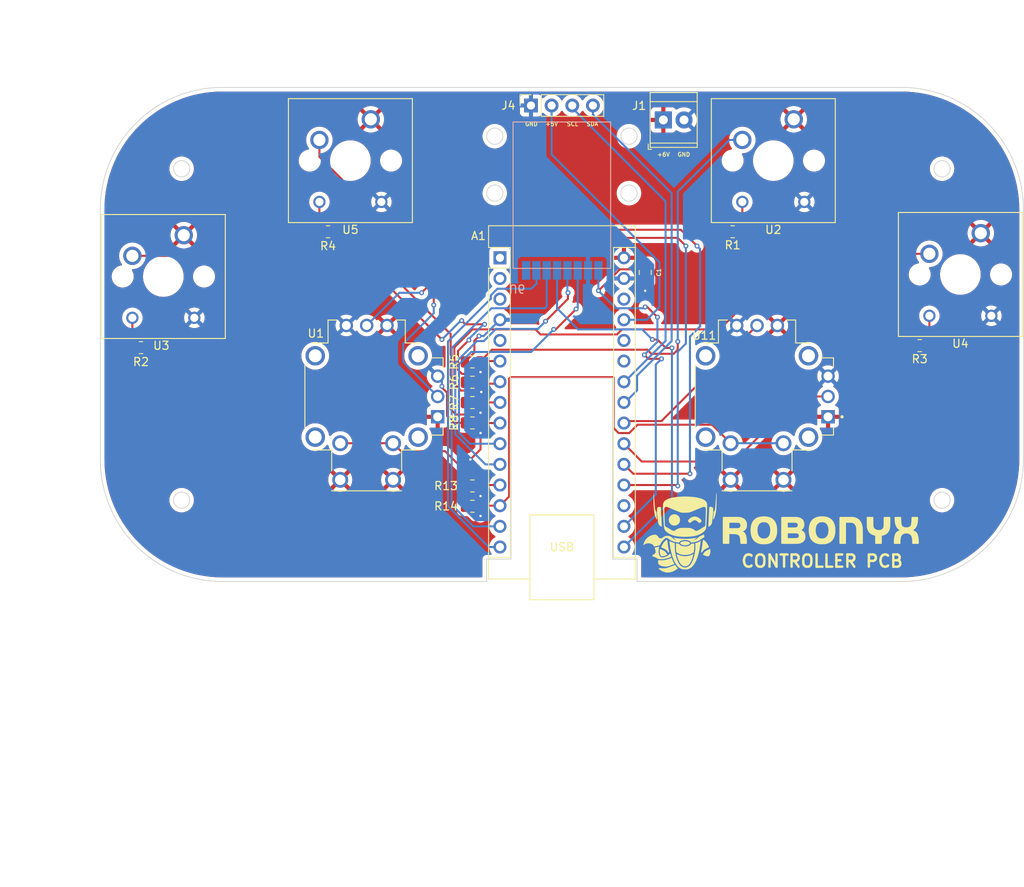
<source format=kicad_pcb>
(kicad_pcb (version 20211014) (generator pcbnew)
  (layers (0 "F.Cu" signal) (31 "B.Cu" signal) (34 "B.Paste" user) (35 "F.Paste" user) (36 "B.SilkS" user "B.Silkscreen") (37 "F.SilkS" user "F.Silkscreen") (38 "B.Mask" user) (39 "F.Mask" user) (44 "Edge.Cuts" user))
  (net 0 "")
  (net 2 "GND")
  (net 3 "Net-(A1-Pad10)")
  (net 4 "Net-(A1-Pad11)")
  (net 5 "Net-(A1-Pad12)")
  (net 6 "Net-(A1-Pad13)")
  (net 7 "Net-(A1-Pad14)")
  (net 8 "Net-(A1-Pad15)")
  (net 9 "Net-(A1-Pad16)")
  (net 10 "+3.3V")
  (net 15 "Net-(A1-Pad6)")
  (net 16 "+5V")
  (net 18 "+6V")
  (net 20 "/SDA")
  (net 21 "/SCL")
  (net 23 "Net-(A1-Pad7)")
  (net 24 "Net-(A1-Pad8)")
  (net 25 "Net-(A1-Pad9)")
  (net 26 "Net-(A1-Pad19)")
  (net 27 "Net-(A1-Pad20)")
  (net 28 "Net-(A1-Pad21)")
  (net 29 "Net-(A1-Pad22)")
  (net 31 "Net-(R1-Pad1)")
  (net 32 "Net-(R2-Pad1)")
  (net 33 "Net-(R3-Pad1)")
  (net 34 "Net-(R4-Pad1)")
  (footprint "THB001P:CNK_THB001P" (layer "F.Cu") (at 76 110.75)
    (fp_text reference "U1" (at -6.25 -7.75) (layer "F.SilkS"))
    (fp_text value "THB001P")
    (pad "A" thru_hole circle locked (at -3.25 5.75) (size 1.95 1.95) (drill 1.3) (layers *.Cu *.Mask) (net 5 "Net-(A1-Pad12)"))
    (pad "B" thru_hole circle locked (at 3.25 5.75) (size 1.95 1.95) (drill 1.3) (layers *.Cu *.Mask) (net 5 "Net-(A1-Pad12)"))
    (pad "C" thru_hole circle locked (at -3.25 10.25) (size 1.95 1.95) (drill 1.3) (layers *.Cu *.Mask) (net 18 "+6V"))
    (pad "D" thru_hole circle locked (at 3.25 10.25) (size 1.95 1.95) (drill 1.3) (layers *.Cu *.Mask) (net 18 "+6V"))
    (pad "S1" thru_hole circle locked (at 6.325 -5) (size 2.4 2.4) (drill 1.6) (layers *.Cu *.Mask))
    (pad "S2" thru_hole circle locked (at -6.325 -5) (size 2.4 2.4) (drill 1.6) (layers *.Cu *.Mask))
    (pad "S3" thru_hole circle locked (at -6.325 5) (size 2.4 2.4) (drill 1.6) (layers *.Cu *.Mask))
    (pad "S4" thru_hole circle locked (at 6.325 5) (size 2.4 2.4) (drill 1.6) (layers *.Cu *.Mask))
    (pad "VR1_1" thru_hole rect locked (at 8.73 2.5) (size 1.65 1.65) (drill 1.1) (layers *.Cu *.Mask) (net 18 "+6V"))
    (pad "VR1_2" thru_hole circle locked (at 8.73 0) (size 1.65 1.65) (drill 1.1) (layers *.Cu *.Mask) (net 26 "Net-(A1-Pad19)"))
    (pad "VR1_3" thru_hole circle locked (at 8.73 -2.5) (size 1.65 1.65) (drill 1.1) (layers *.Cu *.Mask) (net 2 "GND"))
    (pad "VR2_1" thru_hole circle locked (at 2.5 -8.73) (size 1.65 1.65) (drill 1.1) (layers *.Cu *.Mask) (net 18 "+6V"))
    (pad "VR2_2" thru_hole circle locked (at 0 -8.73) (size 1.65 1.65) (drill 1.1) (layers *.Cu *.Mask) (net 27 "Net-(A1-Pad20)"))
    (pad "VR2_3" thru_hole circle locked (at -2.5 -8.73) (size 1.65 1.65) (drill 1.1) (layers *.Cu *.Mask) (net 2 "GND"))
  )
  (footprint "Resistor_SMD:R_0805_2012Metric" (layer "F.Cu") (at 48.25 104.75)
    (fp_text reference "R2" (at 0 1.75) (layer "F.SilkS"))
    (fp_text value "68R")
    (pad "1" smd roundrect (at -0.9125 0) (size 1.025 1.4) (layers "F.Cu" "F.Paste" "F.Mask") (roundrect_rratio 0.243902) (net 32 "Net-(R2-Pad1)"))
    (pad "2" smd roundrect (at 0.9125 0) (size 1.025 1.4) (layers "F.Cu" "F.Paste" "F.Mask") (roundrect_rratio 0.243902) (net 18 "+6V"))
  )
  (footprint "THB001P:CNK_THB001P" (layer "F.Cu") (at 124 110.75)
    (fp_text reference "U11" (at -6.5 -7.5) (layer "F.SilkS"))
    (fp_text value "THB001P")
    (pad "A" thru_hole circle locked (at -3.25 5.75) (size 1.95 1.95) (drill 1.3) (layers *.Cu *.Mask) (net 6 "Net-(A1-Pad13)"))
    (pad "B" thru_hole circle locked (at 3.25 5.75) (size 1.95 1.95) (drill 1.3) (layers *.Cu *.Mask) (net 6 "Net-(A1-Pad13)"))
    (pad "C" thru_hole circle locked (at -3.25 10.25) (size 1.95 1.95) (drill 1.3) (layers *.Cu *.Mask) (net 18 "+6V"))
    (pad "D" thru_hole circle locked (at 3.25 10.25) (size 1.95 1.95) (drill 1.3) (layers *.Cu *.Mask) (net 18 "+6V"))
    (pad "S1" thru_hole circle locked (at 6.325 -5) (size 2.4 2.4) (drill 1.6) (layers *.Cu *.Mask))
    (pad "S2" thru_hole circle locked (at -6.325 -5) (size 2.4 2.4) (drill 1.6) (layers *.Cu *.Mask))
    (pad "S3" thru_hole circle locked (at -6.325 5) (size 2.4 2.4) (drill 1.6) (layers *.Cu *.Mask))
    (pad "S4" thru_hole circle locked (at 6.325 5) (size 2.4 2.4) (drill 1.6) (layers *.Cu *.Mask))
    (pad "VR1_1" thru_hole rect locked (at 8.73 2.5) (size 1.65 1.65) (drill 1.1) (layers *.Cu *.Mask) (net 18 "+6V"))
    (pad "VR1_2" thru_hole circle locked (at 8.73 0) (size 1.65 1.65) (drill 1.1) (layers *.Cu *.Mask) (net 28 "Net-(A1-Pad21)"))
    (pad "VR1_3" thru_hole circle locked (at 8.73 -2.5) (size 1.65 1.65) (drill 1.1) (layers *.Cu *.Mask) (net 2 "GND"))
    (pad "VR2_1" thru_hole circle locked (at 2.5 -8.73) (size 1.65 1.65) (drill 1.1) (layers *.Cu *.Mask) (net 18 "+6V"))
    (pad "VR2_2" thru_hole circle locked (at 0 -8.73) (size 1.65 1.65) (drill 1.1) (layers *.Cu *.Mask) (net 29 "Net-(A1-Pad22)"))
    (pad "VR2_3" thru_hole circle locked (at -2.5 -8.73) (size 1.65 1.65) (drill 1.1) (layers *.Cu *.Mask) (net 2 "GND"))
  )
  (footprint "Resistor_SMD:R_0805_2012Metric" (layer "F.Cu") (at 89 114)
    (fp_text reference "R8" (at -2.25 0 90) (layer "F.SilkS"))
    (fp_text value "10K")
    (pad "1" smd roundrect (at -0.9125 0) (size 1.025 1.4) (layers "F.Cu" "F.Paste" "F.Mask") (roundrect_rratio 0.243902) (net 2 "GND"))
    (pad "2" smd roundrect (at 0.9125 0) (size 1.025 1.4) (layers "F.Cu" "F.Paste" "F.Mask") (roundrect_rratio 0.243902) (net 25 "Net-(A1-Pad9)"))
  )
  (footprint "MX1A-11NN:CHERRY_MX1A-11NN_SWITCH" (layer "F.Cu") (at 126 81.75)
    (fp_text reference "U2" (at 0 8.5) (layer "F.SilkS"))
    (fp_text value "MX1A-11NN")
    (pad "" np_thru_hole circle locked (at -5 0) (size 1.7 1.7) (drill 1.7) (layers *.Cu *.Mask))
    (pad "" np_thru_hole circle locked (at 5 0) (size 1.7 1.7) (drill 1.7) (layers *.Cu *.Mask))
    (pad "" np_thru_hole circle locked (at 0 0) (size 3.9878 3.9878) (drill 3.9878) (layers *.Cu *.Mask))
    (pad "BR1" thru_hole circle locked (at -3.81 5.08) (size 1.508 1.508) (drill 1) (layers *.Cu *.Mask) (net 31 "Net-(R1-Pad1)"))
    (pad "BR2" thru_hole circle locked (at 3.81 5.08) (size 1.508 1.508) (drill 1) (layers *.Cu *.Mask) (net 2 "GND"))
    (pad "P$1" thru_hole circle locked (at 2.51 -5.08) (size 2.25 2.25) (drill 1.5) (layers *.Cu *.Mask) (net 18 "+6V"))
    (pad "P$2" thru_hole circle locked (at -3.81 -2.54) (size 2.25 2.25) (drill 1.5) (layers *.Cu *.Mask) (net 15 "Net-(A1-Pad6)"))
  )
  (footprint "MX1A-11NN:CHERRY_MX1A-11NN_SWITCH" (layer "F.Cu") (at 51 96)
    (fp_text reference "U3" (at -0.25 8.5) (layer "F.SilkS"))
    (fp_text value "MX1A-11NN")
    (pad "" np_thru_hole circle locked (at -5 0) (size 1.7 1.7) (drill 1.7) (layers *.Cu *.Mask))
    (pad "" np_thru_hole circle locked (at 5 0) (size 1.7 1.7) (drill 1.7) (layers *.Cu *.Mask))
    (pad "" np_thru_hole circle locked (at 0 0) (size 3.9878 3.9878) (drill 3.9878) (layers *.Cu *.Mask))
    (pad "BR1" thru_hole circle locked (at -3.81 5.08) (size 1.508 1.508) (drill 1) (layers *.Cu *.Mask) (net 32 "Net-(R2-Pad1)"))
    (pad "BR2" thru_hole circle locked (at 3.81 5.08) (size 1.508 1.508) (drill 1) (layers *.Cu *.Mask) (net 2 "GND"))
    (pad "P$1" thru_hole circle locked (at 2.51 -5.08) (size 2.25 2.25) (drill 1.5) (layers *.Cu *.Mask) (net 18 "+6V"))
    (pad "P$2" thru_hole circle locked (at -3.81 -2.54) (size 2.25 2.25) (drill 1.5) (layers *.Cu *.Mask) (net 23 "Net-(A1-Pad7)"))
  )
  (footprint "Resistor_SMD:R_0805_2012Metric" (layer "F.Cu") (at 89 124.25)
    (fp_text reference "R14" (at -3.25 0) (layer "F.SilkS"))
    (fp_text value "10K")
    (pad "1" smd roundrect (at -0.9125 0) (size 1.025 1.4) (layers "F.Cu" "F.Paste" "F.Mask") (roundrect_rratio 0.243902) (net 2 "GND"))
    (pad "2" smd roundrect (at 0.9125 0) (size 1.025 1.4) (layers "F.Cu" "F.Paste" "F.Mask") (roundrect_rratio 0.243902) (net 6 "Net-(A1-Pad13)"))
  )
  (footprint "Module:Arduino_Nano" (layer "F.Cu") (at 92.39 93.7)
    (fp_text reference "A1" (at -2.64 -2.7) (layer "F.SilkS"))
    (fp_text value "Arduino_Nano_v3.x")
    (fp_text user "USB" (at 7.62 35.56 unlocked) (layer "F.SilkS"))
    (pad "1" thru_hole rect (at 0 0) (size 1.6 1.6) (drill 1) (layers *.Cu *.Mask))
    (pad "2" thru_hole oval (at 0 2.54) (size 1.6 1.6) (drill 1) (layers *.Cu *.Mask))
    (pad "3" thru_hole oval (at 0 5.08) (size 1.6 1.6) (drill 1) (layers *.Cu *.Mask))
    (pad "4" thru_hole oval (at 0 7.62) (size 1.6 1.6) (drill 1) (layers *.Cu *.Mask) (net 2 "GND"))
    (pad "5" thru_hole oval (at 0 10.16) (size 1.6 1.6) (drill 1) (layers *.Cu *.Mask))
    (pad "6" thru_hole oval (at 0 12.7) (size 1.6 1.6) (drill 1) (layers *.Cu *.Mask) (net 15 "Net-(A1-Pad6)"))
    (pad "7" thru_hole oval (at 0 15.24) (size 1.6 1.6) (drill 1) (layers *.Cu *.Mask) (net 23 "Net-(A1-Pad7)"))
    (pad "8" thru_hole oval (at 0 17.78) (size 1.6 1.6) (drill 1) (layers *.Cu *.Mask) (net 24 "Net-(A1-Pad8)"))
    (pad "9" thru_hole oval (at 0 20.32) (size 1.6 1.6) (drill 1) (layers *.Cu *.Mask) (net 25 "Net-(A1-Pad9)"))
    (pad "10" thru_hole oval (at 0 22.86) (size 1.6 1.6) (drill 1) (layers *.Cu *.Mask) (net 3 "Net-(A1-Pad10)"))
    (pad "11" thru_hole oval (at 0 25.4) (size 1.6 1.6) (drill 1) (layers *.Cu *.Mask) (net 4 "Net-(A1-Pad11)"))
    (pad "12" thru_hole oval (at 0 27.94) (size 1.6 1.6) (drill 1) (layers *.Cu *.Mask) (net 5 "Net-(A1-Pad12)"))
    (pad "13" thru_hole oval (at 0 30.48) (size 1.6 1.6) (drill 1) (layers *.Cu *.Mask) (net 6 "Net-(A1-Pad13)"))
    (pad "14" thru_hole oval (at 0 33.02) (size 1.6 1.6) (drill 1) (layers *.Cu *.Mask) (net 7 "Net-(A1-Pad14)"))
    (pad "15" thru_hole oval (at 0 35.56) (size 1.6 1.6) (drill 1) (layers *.Cu *.Mask) (net 8 "Net-(A1-Pad15)"))
    (pad "16" thru_hole oval (at 15.24 35.56) (size 1.6 1.6) (drill 1) (layers *.Cu *.Mask) (net 9 "Net-(A1-Pad16)"))
    (pad "17" thru_hole oval (at 15.24 33.02) (size 1.6 1.6) (drill 1) (layers *.Cu *.Mask) (net 10 "+3.3V"))
    (pad "18" thru_hole oval (at 15.24 30.48) (size 1.6 1.6) (drill 1) (layers *.Cu *.Mask))
    (pad "19" thru_hole oval (at 15.24 27.94) (size 1.6 1.6) (drill 1) (layers *.Cu *.Mask) (net 26 "Net-(A1-Pad19)"))
    (pad "20" thru_hole oval (at 15.24 25.4) (size 1.6 1.6) (drill 1) (layers *.Cu *.Mask) (net 27 "Net-(A1-Pad20)"))
    (pad "21" thru_hole oval (at 15.24 22.86) (size 1.6 1.6) (drill 1) (layers *.Cu *.Mask) (net 28 "Net-(A1-Pad21)"))
    (pad "22" thru_hole oval (at 15.24 20.32) (size 1.6 1.6) (drill 1) (layers *.Cu *.Mask) (net 29 "Net-(A1-Pad22)"))
    (pad "23" thru_hole oval (at 15.24 17.78) (size 1.6 1.6) (drill 1) (layers *.Cu *.Mask) (net 20 "/SDA"))
    (pad "24" thru_hole oval (at 15.24 15.24) (size 1.6 1.6) (drill 1) (layers *.Cu *.Mask) (net 21 "/SCL"))
    (pad "25" thru_hole oval (at 15.24 12.7) (size 1.6 1.6) (drill 1) (layers *.Cu *.Mask))
    (pad "26" thru_hole oval (at 15.24 10.16) (size 1.6 1.6) (drill 1) (layers *.Cu *.Mask))
    (pad "27" thru_hole oval (at 15.24 7.62) (size 1.6 1.6) (drill 1) (layers *.Cu *.Mask) (net 16 "+5V"))
    (pad "28" thru_hole oval (at 15.24 5.08) (size 1.6 1.6) (drill 1) (layers *.Cu *.Mask))
    (pad "29" thru_hole oval (at 15.24 2.54) (size 1.6 1.6) (drill 1) (layers *.Cu *.Mask) (net 2 "GND"))
    (pad "30" thru_hole oval (at 15.24 0) (size 1.6 1.6) (drill 1) (layers *.Cu *.Mask) (net 18 "+6V"))
  )
  (footprint "TerminalBlock_TE-Connectivity:TerminalBlock_TE_282834-2_1x02_P2.54mm_Horizontal" (layer "F.Cu") (at 112.48 76.75)
    (fp_text reference "J1" (at -2.98 -1.75) (layer "F.SilkS"))
    (fp_text value "Screw_Terminal_01x02")
    (pad "1" thru_hole rect (at 0 0) (size 2.1 2.1) (drill 1.1) (layers *.Cu *.Mask) (net 18 "+6V"))
    (pad "2" thru_hole circle (at 2.54 0) (size 2.1 2.1) (drill 1.1) (layers *.Cu *.Mask) (net 2 "GND"))
  )
  (footprint "Capacitor_SMD:C_0805_2012Metric" (layer "F.Cu") (at 110.25 95.5 -90)
    (fp_text reference "C1" (at 0 -1.68 90) (layer "F.SilkS") (effects (font (size 0.5 0.5) (thickness 0.1))))
    (fp_text value "10UF")
    (pad "1" smd roundrect (at -0.95 0 270) (size 1 1.45) (layers "F.Cu" "F.Paste" "F.Mask") (net 10 "+3.3V"))
    (pad "2" smd roundrect (at 0.95 0 270) (size 1 1.45) (layers "F.Cu" "F.Paste" "F.Mask") (net 2 "GND"))
  )
  (footprint "Resistor_SMD:R_0805_2012Metric" (layer "F.Cu") (at 89 121.75)
    (fp_text reference "R13" (at -3.25 0) (layer "F.SilkS"))
    (fp_text value "10K")
    (pad "1" smd roundrect (at -0.9125 0) (size 1.025 1.4) (layers "F.Cu" "F.Paste" "F.Mask") (roundrect_rratio 0.243902) (net 2 "GND"))
    (pad "2" smd roundrect (at 0.9125 0) (size 1.025 1.4) (layers "F.Cu" "F.Paste" "F.Mask") (roundrect_rratio 0.243902) (net 5 "Net-(A1-Pad12)"))
  )
  (footprint "LOGO" (layer "F.Cu") (at 127 127.25)
    (fp_text reference "G***" hide)
    (fp_text value "LOGO" hide)
  )
  (footprint "Resistor_SMD:R_0805_2012Metric" (layer "F.Cu") (at 71.25 90.5)
    (fp_text reference "R4" (at 0 1.75) (layer "F.SilkS"))
    (fp_text value "68R")
    (pad "1" smd roundrect (at -0.9125 0) (size 1.025 1.4) (layers "F.Cu" "F.Paste" "F.Mask") (roundrect_rratio 0.243902) (net 34 "Net-(R4-Pad1)"))
    (pad "2" smd roundrect (at 0.9125 0) (size 1.025 1.4) (layers "F.Cu" "F.Paste" "F.Mask") (roundrect_rratio 0.243902) (net 18 "+6V"))
  )
  (footprint "MX1A-11NN:CHERRY_MX1A-11NN_SWITCH" (layer "F.Cu") (at 149 95.75)
    (fp_text reference "U4" (at 0 8.5) (layer "F.SilkS"))
    (fp_text value "MX1A-11NN")
    (pad "" np_thru_hole circle locked (at 0 0) (size 3.9878 3.9878) (drill 3.9878) (layers *.Cu *.Mask))
    (pad "" np_thru_hole circle locked (at 5 0) (size 1.7 1.7) (drill 1.7) (layers *.Cu *.Mask))
    (pad "" np_thru_hole circle locked (at -5 0) (size 1.7 1.7) (drill 1.7) (layers *.Cu *.Mask))
    (pad "BR1" thru_hole circle locked (at -3.81 5.08) (size 1.508 1.508) (drill 1) (layers *.Cu *.Mask) (net 33 "Net-(R3-Pad1)"))
    (pad "BR2" thru_hole circle locked (at 3.81 5.08) (size 1.508 1.508) (drill 1) (layers *.Cu *.Mask) (net 2 "GND"))
    (pad "P$1" thru_hole circle locked (at 2.51 -5.08) (size 2.25 2.25) (drill 1.5) (layers *.Cu *.Mask) (net 18 "+6V"))
    (pad "P$2" thru_hole circle locked (at -3.81 -2.54) (size 2.25 2.25) (drill 1.5) (layers *.Cu *.Mask) (net 24 "Net-(A1-Pad8)"))
  )
  (footprint "MX1A-11NN:CHERRY_MX1A-11NN_SWITCH" (layer "F.Cu") (at 74 81.75)
    (fp_text reference "U5" (at 0 8.5) (layer "F.SilkS"))
    (fp_text value "MX1A-11NN")
    (pad "" np_thru_hole circle locked (at -5 0) (size 1.7 1.7) (drill 1.7) (layers *.Cu *.Mask))
    (pad "" np_thru_hole circle locked (at 5 0) (size 1.7 1.7) (drill 1.7) (layers *.Cu *.Mask))
    (pad "" np_thru_hole circle locked (at 0 0) (size 3.9878 3.9878) (drill 3.9878) (layers *.Cu *.Mask))
    (pad "BR1" thru_hole circle locked (at -3.81 5.08) (size 1.508 1.508) (drill 1) (layers *.Cu *.Mask) (net 34 "Net-(R4-Pad1)"))
    (pad "BR2" thru_hole circle locked (at 3.81 5.08) (size 1.508 1.508) (drill 1) (layers *.Cu *.Mask) (net 2 "GND"))
    (pad "P$1" thru_hole circle locked (at 2.51 -5.08) (size 2.25 2.25) (drill 1.5) (layers *.Cu *.Mask) (net 18 "+6V"))
    (pad "P$2" thru_hole circle locked (at -3.81 -2.54) (size 2.25 2.25) (drill 1.5) (layers *.Cu *.Mask) (net 25 "Net-(A1-Pad9)"))
  )
  (footprint "Resistor_SMD:R_0805_2012Metric" (layer "F.Cu") (at 89 106.5)
    (fp_text reference "R5" (at -2.25 0 90) (layer "F.SilkS"))
    (fp_text value "10K")
    (pad "1" smd roundrect (at -0.9125 0) (size 1.025 1.4) (layers "F.Cu" "F.Paste" "F.Mask") (roundrect_rratio 0.243902) (net 2 "GND"))
    (pad "2" smd roundrect (at 0.9125 0) (size 1.025 1.4) (layers "F.Cu" "F.Paste" "F.Mask") (roundrect_rratio 0.243902) (net 15 "Net-(A1-Pad6)"))
  )
  (footprint "Resistor_SMD:R_0805_2012Metric" (layer "F.Cu") (at 89 109)
    (fp_text reference "R6" (at -2.25 0 90) (layer "F.SilkS"))
    (fp_text value "10K")
    (pad "1" smd roundrect (at -0.9125 0) (size 1.025 1.4) (layers "F.Cu" "F.Paste" "F.Mask") (roundrect_rratio 0.243902) (net 2 "GND"))
    (pad "2" smd roundrect (at 0.9125 0) (size 1.025 1.4) (layers "F.Cu" "F.Paste" "F.Mask") (roundrect_rratio 0.243902) (net 23 "Net-(A1-Pad7)"))
  )
  (footprint "Resistor_SMD:R_0805_2012Metric" (layer "F.Cu") (at 144 104.5 180)
    (fp_text reference "R3" (at 0 -1.65 180) (layer "F.SilkS"))
    (fp_text value "68R")
    (pad "1" smd roundrect (at -0.9125 0 180) (size 1.025 1.4) (layers "F.Cu" "F.Paste" "F.Mask") (roundrect_rratio 0.243902) (net 33 "Net-(R3-Pad1)"))
    (pad "2" smd roundrect (at 0.9125 0 180) (size 1.025 1.4) (layers "F.Cu" "F.Paste" "F.Mask") (roundrect_rratio 0.243902) (net 18 "+6V"))
  )
  (footprint "Resistor_SMD:R_0805_2012Metric" (layer "F.Cu") (at 121 90.5 180)
    (fp_text reference "R1" (at 0 -1.65 180) (layer "F.SilkS"))
    (fp_text value "68R")
    (pad "1" smd roundrect (at -0.9125 0 180) (size 1.025 1.4) (layers "F.Cu" "F.Paste" "F.Mask") (roundrect_rratio 0.243902) (net 31 "Net-(R1-Pad1)"))
    (pad "2" smd roundrect (at 0.9125 0 180) (size 1.025 1.4) (layers "F.Cu" "F.Paste" "F.Mask") (roundrect_rratio 0.243902) (net 18 "+6V"))
  )
  (footprint "Resistor_SMD:R_0805_2012Metric" (layer "F.Cu") (at 89 111.5)
    (fp_text reference "R7" (at -2.25 0 90) (layer "F.SilkS"))
    (fp_text value "10K")
    (pad "1" smd roundrect (at -0.9125 0) (size 1.025 1.4) (layers "F.Cu" "F.Paste" "F.Mask") (roundrect_rratio 0.243902) (net 2 "GND"))
    (pad "2" smd roundrect (at 0.9125 0) (size 1.025 1.4) (layers "F.Cu" "F.Paste" "F.Mask") (roundrect_rratio 0.243902) (net 24 "Net-(A1-Pad8)"))
  )
  (footprint "Connector_PinSocket_2.54mm:PinSocket_1x04_P2.54mm_Vertical" (layer "F.Cu") (at 96.2 74.975 90)
    (fp_text reference "J4" (at 0 -2.77 180) (layer "F.SilkS"))
    (fp_text value "OLED SCREEN")
    (pad "1" thru_hole rect (at 0 0 90) (size 1.7 1.7) (drill 1) (layers *.Cu *.Mask) (net 2 "GND"))
    (pad "2" thru_hole oval (at 0 2.54 90) (size 1.7 1.7) (drill 1) (layers *.Cu *.Mask) (net 16 "+5V"))
    (pad "3" thru_hole oval (at 0 5.08 90) (size 1.7 1.7) (drill 1) (layers *.Cu *.Mask) (net 21 "/SCL"))
    (pad "4" thru_hole oval (at 0 7.62 90) (size 1.7 1.7) (drill 1) (layers *.Cu *.Mask) (net 20 "/SDA"))
  )
  (footprint "nRF24L01BRKT_SMD:nRF24L01_Breakout_SMD" (layer "B.Cu") (at 106 95 90)
    (fp_text reference "U6" (at -2.5 -11.5 180 unlocked) (layer "B.SilkS") (effects (justify mirror)))
    (fp_text value "NRF24L01_Breakout")
    (pad "1" smd rect (at -0.25 -2.78 90) (size 2.286 1) (layers "B.Cu" "B.Paste" "B.Mask") (net 2 "GND"))
    (pad "2" smd rect (at -0.25 -1.51 90) (size 2.286 1) (layers "B.Cu" "B.Paste" "B.Mask") (net 10 "+3.3V"))
    (pad "3" smd rect (at -0.25 -4.05 90) (size 2.286 1) (layers "B.Cu" "B.Paste" "B.Mask") (net 3 "Net-(A1-Pad10)"))
    (pad "4" smd rect (at -0.25 -5.32 90) (size 2.286 1) (layers "B.Cu" "B.Paste" "B.Mask") (net 4 "Net-(A1-Pad11)"))
    (pad "5" smd rect (at -0.25 -6.59 90) (size 2.286 1) (layers "B.Cu" "B.Paste" "B.Mask") (net 9 "Net-(A1-Pad16)"))
    (pad "6" smd rect (at -0.25 -7.86 90) (size 2.286 1) (layers "B.Cu" "B.Paste" "B.Mask") (net 7 "Net-(A1-Pad14)"))
    (pad "7" smd rect (at -0.25 -9.13 90) (size 2.286 1) (layers "B.Cu" "B.Paste" "B.Mask") (net 8 "Net-(A1-Pad15)"))
    (pad "8" smd rect (at -0.25 -10.4 90) (size 2.286 1) (layers "B.Cu" "B.Paste" "B.Mask"))
  )
  (gr_line (start 106.25 130.75) (end 109.25 130.75) (layer "Edge.Cuts") (width 0.1))
  (gr_line (start 58.25 72.75) (end 141.75 72.75) (layer "Edge.Cuts") (width 0.1))
  (gr_line (start 93.75 108.5) (end 106.25 108.5) (layer "Edge.Cuts") (width 0.1))
  (gr_arc (start 43.25 87.75) (mid 47.643398 77.143398) (end 58.25 72.75) (layer "Edge.Cuts") (width 0.1))
  (gr_arc (start 141.75 72.75) (mid 152.356602 77.143398) (end 156.75 87.75) (layer "Edge.Cuts") (width 0.1))
  (gr_line (start 43.25 118.5) (end 43.25 87.75) (layer "Edge.Cuts") (width 0.1))
  (gr_circle (center 146.75 123.5) (end 147.75 123.5) (layer "Edge.Cuts") (width 0.1) (fill none))
  (gr_line (start 156.75 87.75) (end 156.75 118.5) (layer "Edge.Cuts") (width 0.1))
  (gr_circle (center 108.25 78.75) (end 108.25 79.75) (layer "Edge.Cuts") (width 0.1) (fill none))
  (gr_circle (center 53.25 123.5) (end 54.25 123.5) (layer "Edge.Cuts") (width 0.1) (fill none))
  (gr_circle (center 91.75 85.75) (end 91.75 86.75) (layer "Edge.Cuts") (width 0.1) (fill none))
  (gr_line (start 90.75 133.5) (end 90.75 130.75) (layer "Edge.Cuts") (width 0.1))
  (gr_circle (center 108.25 85.75) (end 108.25 86.75) (layer "Edge.Cuts") (width 0.1) (fill none))
  (gr_circle (center 53.25 82.75) (end 54.25 82.75) (layer "Edge.Cuts") (width 0.1) (fill none))
  (gr_line (start 90.75 130.75) (end 93.75 130.75) (layer "Edge.Cuts") (width 0.1))
  (gr_arc (start 58.25 133.5) (mid 47.643398 129.106602) (end 43.25 118.5) (layer "Edge.Cuts") (width 0.1))
  (gr_line (start 93.75 130.75) (end 93.75 108.5) (layer "Edge.Cuts") (width 0.1))
  (gr_line (start 106.25 108.5) (end 106.25 130.75) (layer "Edge.Cuts") (width 0.1))
  (gr_line (start 141.75 133.5) (end 109.25 133.5) (layer "Edge.Cuts") (width 0.1))
  (gr_line (start 90.75 133.5) (end 58.25 133.5) (layer "Edge.Cuts") (width 0.1))
  (gr_arc (start 156.75 118.5) (mid 152.356602 129.106602) (end 141.75 133.5) (layer "Edge.Cuts") (width 0.1))
  (gr_circle (center 146.75 82.75) (end 147.75 82.75) (layer "Edge.Cuts") (width 0.1) (fill none))
  (gr_circle (center 91.75 78.75) (end 91.75 79.75) (layer "Edge.Cuts") (width 0.1) (fill none))
  (gr_line (start 109.25 130.75) (end 109.25 133.5) (layer "Edge.Cuts") (width 0.1))
  (gr_text "GND" (at 96.25 77.25) (layer "F.SilkS") (effects (font (size 0.5 0.5) (thickness 0.1))))
  (gr_text "SCL" (at 101.31 77.25) (layer "F.SilkS") (effects (font (size 0.5 0.5) (thickness 0.1))))
  (gr_text "+6V" (at 112.5 81) (layer "F.SilkS") (effects (font (size 0.5 0.5) (thickness 0.1))))
  (gr_text "+5V" (at 98.75 77.25) (layer "F.SilkS") (effects (font (size 0.5 0.5) (thickness 0.1))))
  (gr_text "CONTROLLER PCB" (at 132 131) (layer "F.SilkS") (effects (font (size 1.5 1.5) (thickness 0.3))))
  (gr_text "GND" (at 115 81) (layer "F.SilkS") (effects (font (size 0.5 0.5) (thickness 0.1))))
  (gr_text "SDA" (at 103.75 77.25) (layer "F.SilkS") (effects (font (size 0.5 0.5) (thickness 0.1))))
  (segment (start 90 123) (end 89.3375 123) (width 0.25) (layer "F.Cu") (net 2))
  (segment (start 90 117.25) (end 88.75 118.5) (width 0.25) (layer "F.Cu") (net 2))
  (segment (start 89.3375 107.75) (end 88.0875 106.499999) (width 0.25) (layer "F.Cu") (net 2))
  (segment (start 85.25 109.643654) (end 85.25 109.5) (width 0.25) (layer "F.Cu") (net 2))
  (segment (start 90 112.75) (end 89.3375 112.75) (width 0.25) (layer "F.Cu") (net 2))
  (segment (start 90 107.75) (end 89.3375 107.75) (width 0.25) (layer "F.Cu") (net 2))
  (segment (start 86.75 114) (end 85.88 113.13) (width 0.25) (layer "F.Cu") (net 2))
  (segment (start 85.88 110.273654) (end 85.25 109.643654) (width 0.25) (layer "F.Cu") (net 2))
  (segment (start 89.3375 112.75) (end 88.0875 111.5) (width 0.25) (layer "F.Cu") (net 2))
  (segment (start 88 114) (end 86.75 114) (width 0.25) (layer "F.Cu") (net 2))
  (segment (start 110.25 96.45) (end 110.25 97.75) (width 0.25) (layer "F.Cu") (net 2))
  (segment (start 89.287 110.1995) (end 88.0875 109) (width 0.25) (layer "F.Cu") (net 2))
  (segment (start 89.3375 123) (end 88.0875 121.75) (width 0.25) (layer "F.Cu") (net 2))
  (segment (start 89.24 103.893178) (end 89.816589 103.316589) (width 0.25) (layer "F.Cu") (net 2))
  (segment (start 89.24 105.3475) (end 89.24 103.893178) (width 0.25) (layer "F.Cu") (net 2))
  (segment (start 90 115.25) (end 89.25 115.25) (width 0.25) (layer "F.Cu") (net 2))
  (segment (start 90 125.4495) (end 89.287 125.4495) (width 0.25) (layer "F.Cu") (net 2))
  (segment (start 89.25 115.25) (end 88 114) (width 0.25) (layer "F.Cu") (net 2))
  (segment (start 85.88 113.13) (end 85.88 110.273654) (width 0.25) (layer "F.Cu") (net 2))
  (segment (start 90 115.25) (end 90 117.25) (width 0.25) (layer "F.Cu") (net 2))
  (segment (start 89.287 125.4495) (end 88.0875 124.25) (width 0.25) (layer "F.Cu") (net 2))
  (segment (start 88.0875 106.499999) (end 89.24 105.3475) (width 0.25) (layer "F.Cu") (net 2))
  (segment (start 90.093939 110.1995) (end 89.287 110.1995) (width 0.25) (layer "F.Cu") (net 2))
  (via (at 85.25 109.5) (size 0.6) (drill 0.3) (layers "F.Cu" "B.Cu") (net 2))
  (via (at 90.093939 110.1995) (size 0.6) (drill 0.3) (layers "F.Cu" "B.Cu") (net 2))
  (via (at 90 107.75) (size 0.6) (drill 0.3) (layers "F.Cu" "B.Cu") (net 2))
  (via (at 88.75 118.5) (size 0.6) (drill 0.3) (layers "F.Cu" "B.Cu") (net 2))
  (via (at 90 112.75) (size 0.6) (drill 0.3) (layers "F.Cu" "B.Cu") (net 2))
  (via (at 90 123) (size 0.6) (drill 0.3) (layers "F.Cu" "B.Cu") (net 2))
  (via (at 110.25 97.75) (size 0.6) (drill 0.3) (layers "F.Cu" "B.Cu") (net 2))
  (via (at 89.816589 103.316589) (size 0.6) (drill 0.3) (layers "F.Cu" "B.Cu") (net 2))
  (via (at 90 115.25) (size 0.6) (drill 0.3) (layers "F.Cu" "B.Cu") (net 2))
  (via (at 90 125.4495) (size 0.6) (drill 0.3) (layers "F.Cu" "B.Cu") (net 2))
  (segment (start 85.25 109.5) (end 85.25 108.77) (width 0.25) (layer "B.Cu") (net 2))
  (segment (start 90.393411 103.316589) (end 92.39 101.32) (width 0.25) (layer "B.Cu") (net 2))
  (segment (start 85.25 108.77) (end 84.73 108.25) (width 0.25) (layer "B.Cu") (net 2))
  (segment (start 89.816589 103.316589) (end 90.393411 103.316589) (width 0.25) (layer "B.Cu") (net 2))
  (segment (start 99.25 102.5) (end 99 102.5) (width 0.25) (layer "F.Cu") (net 3))
  (segment (start 101.75 100) (end 99.25 102.5) (width 0.25) (layer "F.Cu") (net 3))
  (via (at 101.75 100) (size 0.6) (drill 0.3) (layers "F.Cu" "B.Cu") (net 3))
  (via (at 99 102.5) (size 0.6) (drill 0.3) (layers "F.Cu" "B.Cu") (net 3))
  (segment (start 88.861396 105.275) (end 87.35 106.786396) (width 0.25) (layer "B.Cu") (net 3))
  (segment (start 87.35 115.213604) (end 88.696396 116.56) (width 0.25) (layer "B.Cu") (net 3))
  (segment (start 101.95 99.8) (end 101.75 100) (width 0.25) (layer "B.Cu") (net 3))
  (segment (start 99 102.5) (end 96.225 105.275) (width 0.25) (layer "B.Cu") (net 3))
  (segment (start 101.95 95.25) (end 101.95 99.8) (width 0.25) (layer "B.Cu") (net 3))
  (segment (start 88.696396 116.56) (end 92.39 116.56) (width 0.25) (layer "B.Cu") (net 3))
  (segment (start 96.225 105.275) (end 88.861396 105.275) (width 0.25) (layer "B.Cu") (net 3))
  (segment (start 87.35 106.786396) (end 87.35 115.213604) (width 0.25) (layer "B.Cu") (net 3))
  (segment (start 100.75 98) (end 100.75 98.75) (width 0.25) (layer "F.Cu") (net 4))
  (segment (start 100.75 98.75) (end 98 101.5) (width 0.25) (layer "F.Cu") (net 4))
  (via (at 100.75 98) (size 0.6) (drill 0.3) (layers "F.Cu" "B.Cu") (net 4))
  (via (at 98 101.5) (size 0.6) (drill 0.3) (layers "F.Cu" "B.Cu") (net 4))
  (segment (start 98 101.5) (end 97.055 102.445) (width 0.25) (layer "B.Cu") (net 4))
  (segment (start 86.9 106.6) (end 86.9 115.4) (width 0.25) (layer "B.Cu") (net 4))
  (segment (start 89.558411 103.941589) (end 86.9 106.6) (width 0.25) (layer "B.Cu") (net 4))
  (segment (start 91.901396 102.445) (end 90.404807 103.941589) (width 0.25) (layer "B.Cu") (net 4))
  (segment (start 97.055 102.445) (end 91.901396 102.445) (width 0.25) (layer "B.Cu") (net 4))
  (segment (start 100.68 97.93) (end 100.75 98) (width 0.25) (layer "B.Cu") (net 4))
  (segment (start 100.68 95.25) (end 100.68 97.93) (width 0.25) (layer "B.Cu") (net 4))
  (segment (start 90.6 119.1) (end 92.39 119.1) (width 0.25) (layer "B.Cu") (net 4))
  (segment (start 90.404807 103.941589) (end 89.558411 103.941589) (width 0.25) (layer "B.Cu") (net 4))
  (segment (start 86.9 115.4) (end 90.6 119.1) (width 0.25) (layer "B.Cu") (net 4))
  (segment (start 90.26 121.75) (end 89.9125 121.75) (width 0.25) (layer "F.Cu") (net 5))
  (segment (start 89.9125 121.75) (end 85.6375 117.475) (width 0.25) (layer "F.Cu") (net 5))
  (segment (start 92.39 121.64) (end 90.37 121.64) (width 0.25) (layer "F.Cu") (net 5))
  (segment (start 80.225 117.475) (end 79.25 116.5) (width 0.25) (layer "F.Cu") (net 5))
  (segment (start 72.75 116.5) (end 79.25 116.5) (width 0.25) (layer "F.Cu") (net 5))
  (segment (start 85.6375 117.475) (end 80.225 117.475) (width 0.25) (layer "F.Cu") (net 5))
  (segment (start 90.37 121.64) (end 90.26 121.75) (width 0.25) (layer "F.Cu") (net 5))
  (segment (start 90.33 124.18) (end 90.26 124.25) (width 0.25) (layer "F.Cu") (net 6))
  (segment (start 93.515 123.055) (end 92.39 124.18) (width 0.25) (layer "F.Cu") (net 6))
  (segment (start 108.280991 115.25) (end 106.979009 115.25) (width 0.25) (layer "F.Cu") (net 6))
  (segment (start 109.305991 114.225) (end 108.280991 115.25) (width 0.25) (layer "F.Cu") (net 6))
  (segment (start 93.515 108.558223) (end 93.515 123.055) (width 0.25) (layer "F.Cu") (net 6))
  (segment (start 106.375 114.645991) (end 106.375 108.448223) (width 0.25) (layer "F.Cu") (net 6))
  (segment (start 106.301777 108.375) (end 93.698223 108.375) (width 0.25) (layer "F.Cu") (net 6))
  (segment (start 93.698223 108.375) (end 93.515 108.558223) (width 0.25) (layer "F.Cu") (net 6))
  (segment (start 120.75 116.5) (end 118.475 114.225) (width 0.25) (layer "F.Cu") (net 6))
  (segment (start 106.375 108.448223) (end 106.301777 108.375) (width 0.25) (layer "F.Cu") (net 6))
  (segment (start 92.39 124.18) (end 90.33 124.18) (width 0.25) (layer "F.Cu") (net 6))
  (segment (start 118.475 114.225) (end 109.305991 114.225) (width 0.25) (layer "F.Cu") (net 6))
  (segment (start 106.979009 115.25) (end 106.375 114.645991) (width 0.25) (layer "F.Cu") (net 6))
  (segment (start 127.25 116.5) (end 120.75 116.5) (width 0.25) (layer "B.Cu") (net 6))
  (segment (start 86.45 124.064289) (end 89.105711 126.72) (width 0.25) (layer "B.Cu") (net 7))
  (segment (start 98.14 99.700991) (end 97.935991 99.905) (width 0.25) (layer "B.Cu") (net 7))
  (segment (start 89.105711 126.72) (end 92.39 126.72) (width 0.25) (layer "B.Cu") (net 7))
  (segment (start 91.345 99.905) (end 86.45 104.8) (width 0.25) (layer "B.Cu") (net 7))
  (segment (start 98.14 95.25) (end 98.14 99.700991) (width 0.25) (layer "B.Cu") (net 7))
  (segment (start 97.935991 99.905) (end 91.345 99.905) (width 0.25) (layer "B.Cu") (net 7))
  (segment (start 86.45 104.8) (end 86.45 124.064289) (width 0.25) (layer "B.Cu") (net 7))
  (segment (start 86 124.250685) (end 91.009315 129.26) (width 0.25) (layer "B.Cu") (net 8))
  (segment (start 86 104) (end 86 124.250685) (width 0.25) (layer "B.Cu") (net 8))
  (segment (start 96.25 97.5) (end 92.079009 97.5) (width 0.25) (layer "B.Cu") (net 8))
  (segment (start 91.265 98.314009) (end 91.265 98.735) (width 0.25) (layer "B.Cu") (net 8))
  (segment (start 96.87 95.25) (end 96.87 96.88) (width 0.25) (layer "B.Cu") (net 8))
  (segment (start 91.265 98.735) (end 86 104) (width 0.25) (layer "B.Cu") (net 8))
  (segment (start 92.079009 97.5) (end 91.265 98.314009) (width 0.25) (layer "B.Cu") (net 8))
  (segment (start 91.009315 129.26) (end 92.39 129.26) (width 0.25) (layer "B.Cu") (net 8))
  (segment (start 96.87 96.88) (end 96.25 97.5) (width 0.25) (layer "B.Cu") (net 8))
  (segment (start 112.783118 104.783118) (end 113.533118 104.783118) (width 0.25) (layer "F.Cu") (net 9))
  (segment (start 111.75 103.75) (end 112.783118 104.783118) (width 0.25) (layer "F.Cu") (net 9))
  (segment (start 111.1255 103.75) (end 111.75 103.75) (width 0.25) (layer "F.Cu") (net 9))
  (via (at 113.533118 104.783118) (size 0.6) (drill 0.3) (layers "F.Cu" "B.Cu") (net 9))
  (via (at 111.1255 103.75) (size 0.6) (drill 0.3) (layers "F.Cu" "B.Cu") (net 9))
  (segment (start 102 102.5) (end 99.41 99.91) (width 0.25) (layer "B.Cu") (net 9))
  (segment (start 111.1255 103.75) (end 109.8755 102.5) (width 0.25) (layer "B.Cu") (net 9))
  (segment (start 109.8755 102.5) (end 102 102.5) (width 0.25) (layer "B.Cu") (net 9))
  (segment (start 99.41 99.91) (end 99.41 95.25) (width 0.25) (layer "B.Cu") (net 9))
  (segment (start 113.533118 104.783118) (end 113.533118 123.356882) (width 0.25) (layer "B.Cu") (net 9))
  (segment (start 113.533118 123.356882) (end 107.63 129.26) (width 0.25) (layer "B.Cu") (net 9))
  (segment (start 107.135 95.115) (end 104.5 97.75) (width 0.25) (layer "F.Cu") (net 10))
  (segment (start 110.138411 105.638411) (end 110.6245 106.1245) (width 0.25) (layer "F.Cu") (net 10))
  (segment (start 110.25 94.55) (end 109.685 95.115) (width 0.25) (layer "F.Cu") (net 10))
  (segment (start 109.685 95.115) (end 107.135 95.115) (width 0.25) (layer "F.Cu") (net 10))
  (segment (start 110.6245 106.1245) (end 112.25 106.1245) (width 0.25) (layer "F.Cu") (net 10))
  (segment (start 110.25 99.75) (end 110.5 99.75) (width 0.25) (layer "F.Cu") (net 10))
  (segment (start 110.5 99.75) (end 111.75 101) (width 0.25) (layer "F.Cu") (net 10))
  (via (at 110.138411 105.638411) (size 0.6) (drill 0.3) (layers "F.Cu" "B.Cu") (net 10))
  (via (at 104.5 97.75) (size 0.6) (drill 0.3) (layers "F.Cu" "B.Cu") (net 10))
  (via (at 112.25 106.1245) (size 0.6) (drill 0.3) (layers "F.Cu" "B.Cu") (net 10))
  (via (at 110.25 99.75) (size 0.6) (drill 0.3) (layers "F.Cu" "B.Cu") (net 10))
  (via (at 111.75 101) (size 0.6) (drill 0.3) (layers "F.Cu" "B.Cu") (net 10))
  (segment (start 110.138411 105.638411) (end 111.75 104.026822) (width 0.25) (layer "B.Cu") (net 10))
  (segment (start 104.49 97.74) (end 104.49 95.25) (width 0.25) (layer "B.Cu") (net 10))
  (segment (start 104.5 97.75) (end 106.655 99.905) (width 0.25) (layer "B.Cu") (net 10))
  (segment (start 110.095 99.905) (end 110.25 99.75) (width 0.25) (layer "B.Cu") (net 10))
  (segment (start 106.655 99.905) (end 110.095 99.905) (width 0.25) (layer "B.Cu") (net 10))
  (segment (start 104.5 97.75) (end 104.49 97.74) (width 0.25) (layer "B.Cu") (net 10))
  (segment (start 111.75 104.026822) (end 111.75 101) (width 0.25) (layer "B.Cu") (net 10))
  (segment (start 112.25 106.1245) (end 111.55 106.8245) (width 0.25) (layer "B.Cu") (net 10))
  (segment (start 111.55 106.8245) (end 111.55 122.8) (width 0.25) (layer "B.Cu") (net 10))
  (segment (start 111.55 122.8) (end 107.63 126.72) (width 0.25) (layer "B.Cu") (net 10))
  (segment (start 90.36 106.0525) (end 90.36 106.4) (width 0.25) (layer "F.Cu") (net 15))
  (segment (start 113.75 105.5) (end 111 105.5) (width 0.25) (layer "F.Cu") (net 15))
  (segment (start 114.25 105) (end 113.75 105.5) (width 0.25) (layer "F.Cu") (net 15))
  (segment (start 114.25 104) (end 114.25 105) (width 0.25) (layer "F.Cu") (net 15))
  (segment (start 91.4125 105) (end 90.36 106.0525) (width 0.25) (layer "F.Cu") (net 15))
  (segment (start 111 105.5) (end 110.5 105) (width 0.25) (layer "F.Cu") (net 15))
  (segment (start 110.5 105) (end 91.4125 105) (width 0.25) (layer "F.Cu") (net 15))
  (segment (start 90.36 106.4) (end 92.39 106.4) (width 0.25) (layer "F.Cu") (net 15))
  (via (at 114.25 104) (size 0.6) (drill 0.3) (layers "F.Cu" "B.Cu") (net 15))
  (segment (start 120.59901 79.21) (end 122.19 79.21) (width 0.25) (layer "B.Cu") (net 15))
  (segment (start 114.25 85.55901) (end 120.59901 79.21) (width 0.25) (layer "B.Cu") (net 15))
  (segment (start 114.25 104) (end 114.25 85.55901) (width 0.25) (layer "B.Cu") (net 15))
  (segment (start 98.74 74.975) (end 98.74 80.99) (width 0.25) (layer "B.Cu") (net 16))
  (segment (start 112 94.25) (end 112 99.75) (width 0.25) (layer "B.Cu") (net 16))
  (segment (start 110.43 101.32) (end 107.63 101.32) (width 0.25) (layer "B.Cu") (net 16))
  (segment (start 98.74 80.99) (end 112 94.25) (width 0.25) (layer "B.Cu") (net 16))
  (segment (start 112 99.75) (end 110.43 101.32) (width 0.25) (layer "B.Cu") (net 16))
  (segment (start 113.5 85.75) (end 113.5 103.933058) (width 0.25) (layer "B.Cu") (net 20))
  (segment (start 113.5 103.933058) (end 109.25 108.183058) (width 0.25) (layer "B.Cu") (net 20))
  (segment (start 107.77 111.48) (end 107.63 111.48) (width 0.25) (layer "B.Cu") (net 20))
  (segment (start 109.25 108.183058) (end 109.25 110) (width 0.25) (layer "B.Cu") (net 20))
  (segment (start 103.82 74.725) (end 103.82 76.07) (width 0.25) (layer "B.Cu") (net 20))
  (segment (start 103.82 76.07) (end 113.5 85.75) (width 0.25) (layer "B.Cu") (net 20))
  (segment (start 109.25 110) (end 107.77 111.48) (width 0.25) (layer "B.Cu") (net 20))
  (segment (start 101.28 75.28) (end 112.75 86.75) (width 0.25) (layer "B.Cu") (net 21))
  (segment (start 112.75 86.75) (end 112.75 103.91) (width 0.25) (layer "B.Cu") (net 21))
  (segment (start 107.72 108.94) (end 107.63 108.94) (width 0.25) (layer "B.Cu") (net 21))
  (segment (start 101.28 74.725) (end 101.28 75.28) (width 0.25) (layer "B.Cu") (net 21))
  (segment (start 112.75 103.91) (end 107.72 108.94) (width 0.25) (layer "B.Cu") (net 21))
  (segment (start 74.96 93.46) (end 85.25 103.75) (width 0.25) (layer "F.Cu") (net 23))
  (segment (start 87.23 105.153178) (end 87.23 107.48) (width 0.25) (layer "F.Cu") (net 23))
  (segment (start 92.15625 109.17375) (end 92.39 108.94) (width 0.25) (layer "F.Cu") (net 23))
  (segment (start 87.725 107.975) (end 88.8875 107.975) (width 0.25) (layer "F.Cu") (net 23))
  (segment (start 88.8875 107.975) (end 90.08625 109.17375) (width 0.25) (layer "F.Cu") (net 23))
  (segment (start 87.23 107.48) (end 87.725 107.975) (width 0.25) (layer "F.Cu") (net 23))
  (segment (start 88.566589 103.816589) (end 87.23 105.153178) (width 0.25) (layer "F.Cu") (net 23))
  (segment (start 90.08625 109.17375) (end 92.15625 109.17375) (width 0.25) (layer "F.Cu") (net 23))
  (segment (start 88.1255 101.8755) (end 90.5 101.8755) (width 0.25) (layer "F.Cu") (net 23))
  (segment (start 47.19 93.46) (end 74.96 93.46) (width 0.25) (layer "F.Cu") (net 23))
  (segment (start 87.683411 101.433411) (end 88.1255 101.8755) (width 0.25) (layer "F.Cu") (net 23))
  (via (at 90.5 101.8755) (size 0.6) (drill 0.3) (layers "F.Cu" "B.Cu") (net 23))
  (via (at 88.566589 103.816589) (size 0.6) (drill 0.3) (layers "F.Cu" "B.Cu") (net 23))
  (via (at 85.25 103.75) (size 0.6) (drill 0.3) (layers "F.Cu" "B.Cu") (net 23))
  (via (at 87.683411 101.433411) (size 0.6) (drill 0.3) (layers "F.Cu" "B.Cu") (net 23))
  (segment (start 85.25 103.75) (end 87.566589 101.433411) (width 0.25) (layer "B.Cu") (net 23))
  (segment (start 88.566589 103.683411) (end 90.3745 101.8755) (width 0.25) (layer "B.Cu") (net 23))
  (segment (start 88.566589 103.816589) (end 88.566589 103.683411) (width 0.25) (layer "B.Cu") (net 23))
  (segment (start 90.3745 101.8755) (end 90.5 101.8755) (width 0.25) (layer "B.Cu") (net 23))
  (segment (start 87.566589 101.433411) (end 87.683411 101.433411) (width 0.25) (layer "B.Cu") (net 23))
  (segment (start 92.39 111.48) (end 90.27 111.48) (width 0.25) (layer "F.Cu") (net 24))
  (segment (start 96.75 102.5) (end 97.375 103.125) (width 0.25) (layer "F.Cu") (net 24))
  (segment (start 119.393654 102.5) (end 128.683654 93.21) (width 0.25) (layer "F.Cu") (net 24))
  (segment (start 89 102.5) (end 96.75 102.5) (width 0.25) (layer "F.Cu") (net 24))
  (segment (start 89 110.75) (end 88.275 110.025) (width 0.25) (layer "F.Cu") (net 24))
  (segment (start 86.78 104.72) (end 89 102.5) (width 0.25) (layer "F.Cu") (net 24))
  (segment (start 89.5 110.75) (end 89 110.75) (width 0.25) (layer "F.Cu") (net 24))
  (segment (start 90.25 111.5) (end 89.5 110.75) (width 0.25) (layer "F.Cu") (net 24))
  (segment (start 97.375 103.125) (end 106.774009 103.125) (width 0.25) (layer "F.Cu") (net 24))
  (segment (start 86.78 109.218173) (end 86.78 104.72) (width 0.25) (layer "F.Cu") (net 24))
  (segment (start 88.275 110.025) (end 87.586827 110.025) (width 0.25) (layer "F.Cu") (net 24))
  (segment (start 87.586827 110.025) (end 86.78 109.218173) (width 0.25) (layer "F.Cu") (net 24))
  (segment (start 128.683654 93.21) (end 145.19 93.21) (width 0.25) (layer "F.Cu") (net 24))
  (segment (start 107.399009 102.5) (end 119.393654 102.5) (width 0.25) (layer "F.Cu") (net 24))
  (segment (start 106.774009 103.125) (end 107.399009 102.5) (width 0.25) (layer "F.Cu") (net 24))
  (segment (start 90.27 111.48) (end 90.25 111.5) (width 0.25) (layer "F.Cu") (net 24))
  (segment (start 88.588173 112.975) (end 86.975 112.975) (width 0.25) (layer "F.Cu") (net 25))
  (segment (start 86.33 112.33) (end 86.33 103.08) (width 0.25) (layer "F.Cu") (net 25))
  (segment (start 73 84.100133) (end 70.19 81.290133) (width 0.25) (layer "F.Cu") (net 25))
  (segment (start 86.975 112.975) (end 86.33 112.33) (width 0.25) (layer "F.Cu") (net 25))
  (segment (start 70.19 81.290133) (end 70.19 79.21) (width 0.25) (layer "F.Cu") (net 25))
  (segment (start 89.613173 114) (end 88.588173 112.975) (width 0.25) (layer "F.Cu") (net 25))
  (segment (start 86.33 103.08) (end 73 89.75) (width 0.25) (layer "F.Cu") (net 25))
  (segment (start 73 89.75) (end 73 84.100133) (width 0.25) (layer "F.Cu") (net 25))
  (segment (start 89.9125 114) (end 89.613173 114) (width 0.25) (layer "F.Cu") (net 25))
  (segment (start 92.39 114.02) (end 89.9325 114.02) (width 0.25) (layer "F.Cu") (net 25))
  (segment (start 89.9325 114.02) (end 89.9125 114) (width 0.25) (layer "F.Cu") (net 25))
  (segment (start 84.25 99.5) (end 84.25 98.5) (width 0.25) (layer "F.Cu") (net 26))
  (segment (start 91.5 91.25) (end 114.25 91.25) (width 0.25) (layer "F.Cu") (net 26))
  (segment (start 114.14 121.64) (end 114.25 121.75) (width 0.25) (layer "F.Cu") (net 26))
  (segment (start 114.25 91.25) (end 115.25 92.25) (width 0.25) (layer "F.Cu") (net 26))
  (segment (start 84.25 98.5) (end 91.5 91.25) (width 0.25) (layer "F.Cu") (net 26))
  (segment (start 107.63 121.64) (end 114.14 121.64) (width 0.25) (layer "F.Cu") (net 26))
  (via (at 84.25 99.5) (size 0.6) (drill 0.3) (layers "F.Cu" "B.Cu") (net 26))
  (via (at 114.25 121.75) (size 0.6) (drill 0.3) (layers "F.Cu" "B.Cu") (net 26))
  (via (at 115.25 92.25) (size 0.6) (drill 0.3) (layers "F.Cu" "B.Cu") (net 26))
  (segment (start 84.25 99.5) (end 84.25 100.5) (width 0.25) (layer "B.Cu") (net 26))
  (segment (start 114.25 121.75) (end 114.25 105.25) (width 0.25) (layer "B.Cu") (net 26))
  (segment (start 80.5 106.52) (end 84.73 110.75) (width 0.25) (layer "B.Cu") (net 26))
  (segment (start 114.25 105.25) (end 115.25 104.25) (width 0.25) (layer "B.Cu") (net 26))
  (segment (start 80.5 104.25) (end 80.5 106.52) (width 0.25) (layer "B.Cu") (net 26))
  (segment (start 84.25 100.5) (end 80.5 104.25) (width 0.25) (layer "B.Cu") (net 26))
  (segment (start 115.25 104.25) (end 115.25 92.25) (width 0.25) (layer "B.Cu") (net 26))
  (segment (start 108.78 120.25) (end 107.63 119.1) (width 0.25) (layer "F.Cu") (net 27))
  (segment (start 116.6245 92.25) (end 114.6245 90.25) (width 0.25) (layer "F.Cu") (net 27))
  (segment (start 90.5 90.25) (end 82.75 98) (width 0.25) (layer "F.Cu") (net 27))
  (segment (start 114.6245 90.25) (end 90.5 90.25) (width 0.25) (layer "F.Cu") (net 27))
  (segment (start 115.75 120.25) (end 108.78 120.25) (width 0.25) (layer "F.Cu") (net 27))
  (via (at 82.75 98) (size 0.6) (drill 0.3) (layers "F.Cu" "B.Cu") (net 27))
  (via (at 116.6245 92.25) (size 0.6) (drill 0.3) (layers "F.Cu" "B.Cu") (net 27))
  (via (at 115.75 120.25) (size 0.6) (drill 0.3) (layers "F.Cu" "B.Cu") (net 27))
  (segment (start 80.02 98) (end 76 102.02) (width 0.25) (layer "B.Cu") (net 27))
  (segment (start 82.75 98) (end 80.02 98) (width 0.25) (layer "B.Cu") (net 27))
  (segment (start 117 92.6255) (end 116.6245 92.25) (width 0.25) (layer "B.Cu") (net 27))
  (segment (start 115.75 103.383884) (end 117 102.133884) (width 0.25) (layer "B.Cu") (net 27))
  (segment (start 115.75 120.25) (end 115.75 103.383884) (width 0.25) (layer "B.Cu") (net 27))
  (segment (start 117 102.133884) (end 117 92.6255) (width 0.25) (layer "B.Cu") (net 27))
  (segment (start 129.161522 110.75) (end 121.161522 118.75) (width 0.25) (layer "F.Cu") (net 28))
  (segment (start 132.73 110.75) (end 129.161522 110.75) (width 0.25) (layer "F.Cu") (net 28))
  (segment (start 121.161522 118.75) (end 109.82 118.75) (width 0.25) (layer "F.Cu") (net 28))
  (segment (start 109.82 118.75) (end 107.63 116.56) (width 0.25) (layer "F.Cu") (net 28))
  (segment (start 107.875 113.775) (end 107.63 114.02) (width 0.25) (layer "F.Cu") (net 29))
  (segment (start 112.245 113.775) (end 107.875 113.775) (width 0.25) (layer "F.Cu") (net 29))
  (segment (start 124 102.02) (end 112.245 113.775) (width 0.25) (layer "F.Cu") (net 29))
  (segment (start 122.19 86.83) (end 122.19 90.2225) (width 0.25) (layer "F.Cu") (net 31))
  (segment (start 47.19 101.08) (end 47.19 104.5) (width 0.25) (layer "F.Cu") (net 32))
  (segment (start 145.19 104.2225) (end 145.19 100.83) (width 0.25) (layer "F.Cu") (net 33))
  (segment (start 70.19 86.83) (end 70.19 90.3525) (width 0.25) (layer "F.Cu") (net 34))
  (segment (start 70.19 90.3525) (end 70.3375 90.5) (width 0.25) (layer "F.Cu") (net 34))
  (zone (net 18) (net_name "+6V") (layer "F.Cu") (connect_pads (clearance 0.508)) (min_thickness 0.254) (fill yes (thermal_gap 0.508) (thermal_bridge_width 0.508))
    (polygon (pts (xy 156.75 133.5) (xy 43.25 133.5) (xy 43.25 72.75) (xy 156.75 72.75)))
  )
  (zone (net 2) (net_name "GND") (layer "B.Cu") (connect_pads (clearance 0.508)) (min_thickness 0.254) (fill yes (thermal_gap 0.508) (thermal_bridge_width 0.508))
    (polygon (pts (xy 156.75 133.5) (xy 43.25 133.5) (xy 43.5 73) (xy 156.75 72.75)))
  )
)
</source>
